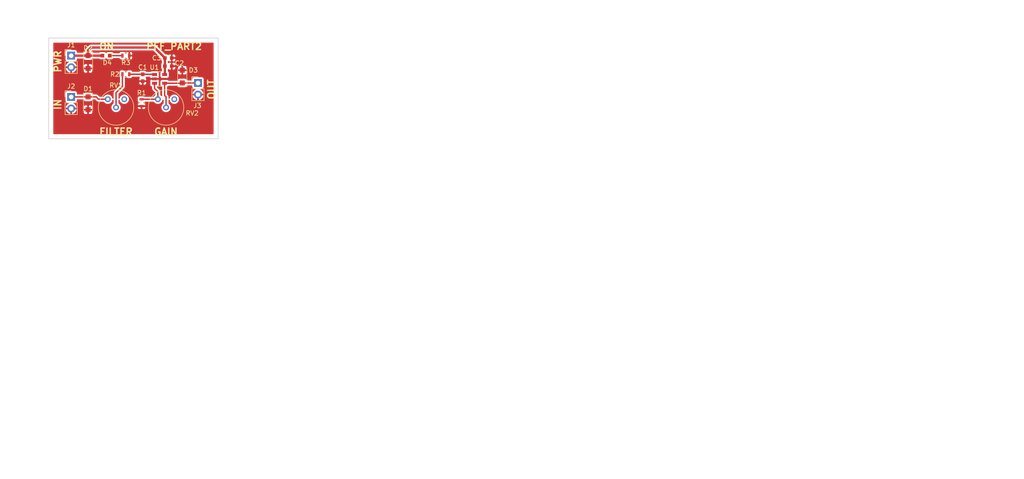
<source format=kicad_pcb>
(kicad_pcb (version 4) (host pcbnew 4.0.6)

  (general
    (links 27)
    (no_connects 0)
    (area 46.150002 89.3032 269.642857 194.35)
    (thickness 1.6)
    (drawings 20)
    (tracks 38)
    (zones 0)
    (modules 16)
    (nets 11)
  )

  (page A4)
  (layers
    (0 F.Cu signal)
    (31 B.Cu signal)
    (32 B.Adhes user)
    (33 F.Adhes user)
    (34 B.Paste user)
    (35 F.Paste user)
    (36 B.SilkS user)
    (37 F.SilkS user)
    (38 B.Mask user)
    (39 F.Mask user)
    (40 Dwgs.User user)
    (41 Cmts.User user)
    (42 Eco1.User user)
    (43 Eco2.User user)
    (44 Edge.Cuts user)
    (45 Margin user)
    (46 B.CrtYd user)
    (47 F.CrtYd user)
    (48 B.Fab user hide)
    (49 F.Fab user hide)
  )

  (setup
    (last_trace_width 0.3048)
    (user_trace_width 0.2032)
    (user_trace_width 0.254)
    (user_trace_width 0.3048)
    (user_trace_width 0.508)
    (user_trace_width 0.762)
    (user_trace_width 1.27)
    (trace_clearance 0.2032)
    (zone_clearance 0.381)
    (zone_45_only no)
    (trace_min 0.2032)
    (segment_width 0.2)
    (edge_width 0.15)
    (via_size 0.635)
    (via_drill 0.3048)
    (via_min_size 0.508)
    (via_min_drill 0.254)
    (user_via 0.635 0.3048)
    (uvia_size 0.3556)
    (uvia_drill 0.1016)
    (uvias_allowed no)
    (uvia_min_size 0)
    (uvia_min_drill 0)
    (pcb_text_width 0.3)
    (pcb_text_size 1.5 1.5)
    (mod_edge_width 0.15)
    (mod_text_size 1 1)
    (mod_text_width 0.15)
    (pad_size 1.26 1.26)
    (pad_drill 0.7)
    (pad_to_mask_clearance 0.2)
    (aux_axis_origin 0 0)
    (visible_elements FFFFFF7F)
    (pcbplotparams
      (layerselection 0x00030_80000001)
      (usegerberextensions false)
      (excludeedgelayer true)
      (linewidth 0.100000)
      (plotframeref false)
      (viasonmask false)
      (mode 1)
      (useauxorigin false)
      (hpglpennumber 1)
      (hpglpenspeed 20)
      (hpglpendiameter 15)
      (hpglpenoverlay 2)
      (psnegative false)
      (psa4output false)
      (plotreference true)
      (plotvalue true)
      (plotinvisibletext false)
      (padsonsilk false)
      (subtractmaskfromsilk false)
      (outputformat 1)
      (mirror false)
      (drillshape 1)
      (scaleselection 1)
      (outputdirectory ""))
  )

  (net 0 "")
  (net 1 /ANALOG_FILT)
  (net 2 GND)
  (net 3 +5V)
  (net 4 /ANALOG_IN)
  (net 5 /ANALOG_OUT)
  (net 6 "Net-(D4-Pad1)")
  (net 7 "Net-(R1-Pad2)")
  (net 8 "Net-(R2-Pad1)")
  (net 9 "Net-(RV1-Pad3)")
  (net 10 "Net-(RV2-Pad3)")

  (net_class Default "This is the default net class."
    (clearance 0.2032)
    (trace_width 0.2032)
    (via_dia 0.635)
    (via_drill 0.3048)
    (uvia_dia 0.3556)
    (uvia_drill 0.1016)
    (add_net +5V)
    (add_net /ANALOG_FILT)
    (add_net /ANALOG_IN)
    (add_net /ANALOG_OUT)
    (add_net GND)
    (add_net "Net-(D4-Pad1)")
    (add_net "Net-(R1-Pad2)")
    (add_net "Net-(R2-Pad1)")
    (add_net "Net-(RV1-Pad3)")
    (add_net "Net-(RV2-Pad3)")
  )

  (module Capacitors_SMD:C_0603 (layer F.Cu) (tedit 5967FBAF) (tstamp 5967F3C5)
    (at 77.525 106.664 270)
    (descr "Capacitor SMD 0603, reflow soldering, AVX (see smccp.pdf)")
    (tags "capacitor 0603")
    (path /59679D4C)
    (attr smd)
    (fp_text reference C1 (at -2.286 0 360) (layer F.SilkS)
      (effects (font (size 1 1) (thickness 0.15)))
    )
    (fp_text value 0.01µ_50V (at 0 1.5 270) (layer F.Fab) hide
      (effects (font (size 1 1) (thickness 0.15)))
    )
    (fp_text user %R (at 0 -1.5 270) (layer F.Fab)
      (effects (font (size 1 1) (thickness 0.15)))
    )
    (fp_line (start -0.8 0.4) (end -0.8 -0.4) (layer F.Fab) (width 0.1))
    (fp_line (start 0.8 0.4) (end -0.8 0.4) (layer F.Fab) (width 0.1))
    (fp_line (start 0.8 -0.4) (end 0.8 0.4) (layer F.Fab) (width 0.1))
    (fp_line (start -0.8 -0.4) (end 0.8 -0.4) (layer F.Fab) (width 0.1))
    (fp_line (start -0.35 -0.6) (end 0.35 -0.6) (layer F.SilkS) (width 0.12))
    (fp_line (start 0.35 0.6) (end -0.35 0.6) (layer F.SilkS) (width 0.12))
    (fp_line (start -1.4 -0.65) (end 1.4 -0.65) (layer F.CrtYd) (width 0.05))
    (fp_line (start -1.4 -0.65) (end -1.4 0.65) (layer F.CrtYd) (width 0.05))
    (fp_line (start 1.4 0.65) (end 1.4 -0.65) (layer F.CrtYd) (width 0.05))
    (fp_line (start 1.4 0.65) (end -1.4 0.65) (layer F.CrtYd) (width 0.05))
    (pad 1 smd rect (at -0.75 0 270) (size 0.8 0.75) (layers F.Cu F.Paste F.Mask)
      (net 1 /ANALOG_FILT))
    (pad 2 smd rect (at 0.75 0 270) (size 0.8 0.75) (layers F.Cu F.Paste F.Mask)
      (net 2 GND))
    (model Capacitors_SMD.3dshapes/C_0603.wrl
      (at (xyz 0 0 0))
      (scale (xyz 1 1 1))
      (rotate (xyz 0 0 0))
    )
  )

  (module Capacitors_SMD:C_0603 (layer F.Cu) (tedit 5967FBCE) (tstamp 5967F3CB)
    (at 83.113 104.124)
    (descr "Capacitor SMD 0603, reflow soldering, AVX (see smccp.pdf)")
    (tags "capacitor 0603")
    (path /5967D5E9)
    (attr smd)
    (fp_text reference C2 (at 2.413 -0.635) (layer F.SilkS)
      (effects (font (size 1 1) (thickness 0.15)))
    )
    (fp_text value 0.1µ_16V (at 0 1.5) (layer F.Fab) hide
      (effects (font (size 1 1) (thickness 0.15)))
    )
    (fp_text user %R (at 0 -1.5) (layer F.Fab)
      (effects (font (size 1 1) (thickness 0.15)))
    )
    (fp_line (start -0.8 0.4) (end -0.8 -0.4) (layer F.Fab) (width 0.1))
    (fp_line (start 0.8 0.4) (end -0.8 0.4) (layer F.Fab) (width 0.1))
    (fp_line (start 0.8 -0.4) (end 0.8 0.4) (layer F.Fab) (width 0.1))
    (fp_line (start -0.8 -0.4) (end 0.8 -0.4) (layer F.Fab) (width 0.1))
    (fp_line (start -0.35 -0.6) (end 0.35 -0.6) (layer F.SilkS) (width 0.12))
    (fp_line (start 0.35 0.6) (end -0.35 0.6) (layer F.SilkS) (width 0.12))
    (fp_line (start -1.4 -0.65) (end 1.4 -0.65) (layer F.CrtYd) (width 0.05))
    (fp_line (start -1.4 -0.65) (end -1.4 0.65) (layer F.CrtYd) (width 0.05))
    (fp_line (start 1.4 0.65) (end 1.4 -0.65) (layer F.CrtYd) (width 0.05))
    (fp_line (start 1.4 0.65) (end -1.4 0.65) (layer F.CrtYd) (width 0.05))
    (pad 1 smd rect (at -0.75 0) (size 0.8 0.75) (layers F.Cu F.Paste F.Mask)
      (net 3 +5V))
    (pad 2 smd rect (at 0.75 0) (size 0.8 0.75) (layers F.Cu F.Paste F.Mask)
      (net 2 GND))
    (model Capacitors_SMD.3dshapes/C_0603.wrl
      (at (xyz 0 0 0))
      (scale (xyz 1 1 1))
      (rotate (xyz 0 0 0))
    )
  )

  (module Capacitors_SMD:C_0603 (layer F.Cu) (tedit 5967FBD8) (tstamp 5967F3D1)
    (at 83.113 102.346)
    (descr "Capacitor SMD 0603, reflow soldering, AVX (see smccp.pdf)")
    (tags "capacitor 0603")
    (path /5967D671)
    (attr smd)
    (fp_text reference C3 (at -2.54 0) (layer F.SilkS)
      (effects (font (size 1 1) (thickness 0.15)))
    )
    (fp_text value 1.0µ_16V (at 0 1.5) (layer F.Fab) hide
      (effects (font (size 1 1) (thickness 0.15)))
    )
    (fp_text user %R (at 0 -1.5) (layer F.Fab)
      (effects (font (size 1 1) (thickness 0.15)))
    )
    (fp_line (start -0.8 0.4) (end -0.8 -0.4) (layer F.Fab) (width 0.1))
    (fp_line (start 0.8 0.4) (end -0.8 0.4) (layer F.Fab) (width 0.1))
    (fp_line (start 0.8 -0.4) (end 0.8 0.4) (layer F.Fab) (width 0.1))
    (fp_line (start -0.8 -0.4) (end 0.8 -0.4) (layer F.Fab) (width 0.1))
    (fp_line (start -0.35 -0.6) (end 0.35 -0.6) (layer F.SilkS) (width 0.12))
    (fp_line (start 0.35 0.6) (end -0.35 0.6) (layer F.SilkS) (width 0.12))
    (fp_line (start -1.4 -0.65) (end 1.4 -0.65) (layer F.CrtYd) (width 0.05))
    (fp_line (start -1.4 -0.65) (end -1.4 0.65) (layer F.CrtYd) (width 0.05))
    (fp_line (start 1.4 0.65) (end 1.4 -0.65) (layer F.CrtYd) (width 0.05))
    (fp_line (start 1.4 0.65) (end -1.4 0.65) (layer F.CrtYd) (width 0.05))
    (pad 1 smd rect (at -0.75 0) (size 0.8 0.75) (layers F.Cu F.Paste F.Mask)
      (net 3 +5V))
    (pad 2 smd rect (at 0.75 0) (size 0.8 0.75) (layers F.Cu F.Paste F.Mask)
      (net 2 GND))
    (model Capacitors_SMD.3dshapes/C_0603.wrl
      (at (xyz 0 0 0))
      (scale (xyz 1 1 1))
      (rotate (xyz 0 0 0))
    )
  )

  (module Diodes_SMD:D_SOD-123F (layer F.Cu) (tedit 5967FB96) (tstamp 5967F3D7)
    (at 65.587 112.252 270)
    (descr D_SOD-123F)
    (tags D_SOD-123F)
    (path /59687C32)
    (attr smd)
    (fp_text reference D1 (at -3.175 0 360) (layer F.SilkS)
      (effects (font (size 1 1) (thickness 0.15)))
    )
    (fp_text value 5V (at 0 2.1 270) (layer F.Fab) hide
      (effects (font (size 1 1) (thickness 0.15)))
    )
    (fp_text user %R (at -0.127 -1.905 270) (layer F.Fab)
      (effects (font (size 1 1) (thickness 0.15)))
    )
    (fp_line (start -2.2 -1) (end -2.2 1) (layer F.SilkS) (width 0.12))
    (fp_line (start 0.25 0) (end 0.75 0) (layer F.Fab) (width 0.1))
    (fp_line (start 0.25 0.4) (end -0.35 0) (layer F.Fab) (width 0.1))
    (fp_line (start 0.25 -0.4) (end 0.25 0.4) (layer F.Fab) (width 0.1))
    (fp_line (start -0.35 0) (end 0.25 -0.4) (layer F.Fab) (width 0.1))
    (fp_line (start -0.35 0) (end -0.35 0.55) (layer F.Fab) (width 0.1))
    (fp_line (start -0.35 0) (end -0.35 -0.55) (layer F.Fab) (width 0.1))
    (fp_line (start -0.75 0) (end -0.35 0) (layer F.Fab) (width 0.1))
    (fp_line (start -1.4 0.9) (end -1.4 -0.9) (layer F.Fab) (width 0.1))
    (fp_line (start 1.4 0.9) (end -1.4 0.9) (layer F.Fab) (width 0.1))
    (fp_line (start 1.4 -0.9) (end 1.4 0.9) (layer F.Fab) (width 0.1))
    (fp_line (start -1.4 -0.9) (end 1.4 -0.9) (layer F.Fab) (width 0.1))
    (fp_line (start -2.2 -1.15) (end 2.2 -1.15) (layer F.CrtYd) (width 0.05))
    (fp_line (start 2.2 -1.15) (end 2.2 1.15) (layer F.CrtYd) (width 0.05))
    (fp_line (start 2.2 1.15) (end -2.2 1.15) (layer F.CrtYd) (width 0.05))
    (fp_line (start -2.2 -1.15) (end -2.2 1.15) (layer F.CrtYd) (width 0.05))
    (fp_line (start -2.2 1) (end 1.65 1) (layer F.SilkS) (width 0.12))
    (fp_line (start -2.2 -1) (end 1.65 -1) (layer F.SilkS) (width 0.12))
    (pad 1 smd rect (at -1.4 0 270) (size 1.1 1.1) (layers F.Cu F.Paste F.Mask)
      (net 4 /ANALOG_IN))
    (pad 2 smd rect (at 1.4 0 270) (size 1.1 1.1) (layers F.Cu F.Paste F.Mask)
      (net 2 GND))
    (model ${KISYS3DMOD}/Diodes_SMD.3dshapes/D_SOD-123F.wrl
      (at (xyz 0 0 0))
      (scale (xyz 1 1 1))
      (rotate (xyz 0 0 0))
    )
  )

  (module Diodes_SMD:D_SOD-123F (layer F.Cu) (tedit 5967FBA2) (tstamp 5967F3DD)
    (at 65.587 103.235 270)
    (descr D_SOD-123F)
    (tags D_SOD-123F)
    (path /5967F11B)
    (attr smd)
    (fp_text reference D2 (at -3.048 0 360) (layer F.SilkS)
      (effects (font (size 1 1) (thickness 0.15)))
    )
    (fp_text value 5V (at 0 2.1 270) (layer F.Fab) hide
      (effects (font (size 1 1) (thickness 0.15)))
    )
    (fp_text user %R (at -0.127 -1.905 270) (layer F.Fab)
      (effects (font (size 1 1) (thickness 0.15)))
    )
    (fp_line (start -2.2 -1) (end -2.2 1) (layer F.SilkS) (width 0.12))
    (fp_line (start 0.25 0) (end 0.75 0) (layer F.Fab) (width 0.1))
    (fp_line (start 0.25 0.4) (end -0.35 0) (layer F.Fab) (width 0.1))
    (fp_line (start 0.25 -0.4) (end 0.25 0.4) (layer F.Fab) (width 0.1))
    (fp_line (start -0.35 0) (end 0.25 -0.4) (layer F.Fab) (width 0.1))
    (fp_line (start -0.35 0) (end -0.35 0.55) (layer F.Fab) (width 0.1))
    (fp_line (start -0.35 0) (end -0.35 -0.55) (layer F.Fab) (width 0.1))
    (fp_line (start -0.75 0) (end -0.35 0) (layer F.Fab) (width 0.1))
    (fp_line (start -1.4 0.9) (end -1.4 -0.9) (layer F.Fab) (width 0.1))
    (fp_line (start 1.4 0.9) (end -1.4 0.9) (layer F.Fab) (width 0.1))
    (fp_line (start 1.4 -0.9) (end 1.4 0.9) (layer F.Fab) (width 0.1))
    (fp_line (start -1.4 -0.9) (end 1.4 -0.9) (layer F.Fab) (width 0.1))
    (fp_line (start -2.2 -1.15) (end 2.2 -1.15) (layer F.CrtYd) (width 0.05))
    (fp_line (start 2.2 -1.15) (end 2.2 1.15) (layer F.CrtYd) (width 0.05))
    (fp_line (start 2.2 1.15) (end -2.2 1.15) (layer F.CrtYd) (width 0.05))
    (fp_line (start -2.2 -1.15) (end -2.2 1.15) (layer F.CrtYd) (width 0.05))
    (fp_line (start -2.2 1) (end 1.65 1) (layer F.SilkS) (width 0.12))
    (fp_line (start -2.2 -1) (end 1.65 -1) (layer F.SilkS) (width 0.12))
    (pad 1 smd rect (at -1.4 0 270) (size 1.1 1.1) (layers F.Cu F.Paste F.Mask)
      (net 3 +5V))
    (pad 2 smd rect (at 1.4 0 270) (size 1.1 1.1) (layers F.Cu F.Paste F.Mask)
      (net 2 GND))
    (model ${KISYS3DMOD}/Diodes_SMD.3dshapes/D_SOD-123F.wrl
      (at (xyz 0 0 0))
      (scale (xyz 1 1 1))
      (rotate (xyz 0 0 0))
    )
  )

  (module Diodes_SMD:D_SOD-123F (layer F.Cu) (tedit 5967FBCB) (tstamp 5967F3E3)
    (at 86.161 106.41 90)
    (descr D_SOD-123F)
    (tags D_SOD-123F)
    (path /59687CAE)
    (attr smd)
    (fp_text reference D3 (at 1.397 2.413 180) (layer F.SilkS)
      (effects (font (size 1 1) (thickness 0.15)))
    )
    (fp_text value 5V (at 0 2.1 90) (layer F.Fab) hide
      (effects (font (size 1 1) (thickness 0.15)))
    )
    (fp_text user %R (at -0.127 -1.905 90) (layer F.Fab)
      (effects (font (size 1 1) (thickness 0.15)))
    )
    (fp_line (start -2.2 -1) (end -2.2 1) (layer F.SilkS) (width 0.12))
    (fp_line (start 0.25 0) (end 0.75 0) (layer F.Fab) (width 0.1))
    (fp_line (start 0.25 0.4) (end -0.35 0) (layer F.Fab) (width 0.1))
    (fp_line (start 0.25 -0.4) (end 0.25 0.4) (layer F.Fab) (width 0.1))
    (fp_line (start -0.35 0) (end 0.25 -0.4) (layer F.Fab) (width 0.1))
    (fp_line (start -0.35 0) (end -0.35 0.55) (layer F.Fab) (width 0.1))
    (fp_line (start -0.35 0) (end -0.35 -0.55) (layer F.Fab) (width 0.1))
    (fp_line (start -0.75 0) (end -0.35 0) (layer F.Fab) (width 0.1))
    (fp_line (start -1.4 0.9) (end -1.4 -0.9) (layer F.Fab) (width 0.1))
    (fp_line (start 1.4 0.9) (end -1.4 0.9) (layer F.Fab) (width 0.1))
    (fp_line (start 1.4 -0.9) (end 1.4 0.9) (layer F.Fab) (width 0.1))
    (fp_line (start -1.4 -0.9) (end 1.4 -0.9) (layer F.Fab) (width 0.1))
    (fp_line (start -2.2 -1.15) (end 2.2 -1.15) (layer F.CrtYd) (width 0.05))
    (fp_line (start 2.2 -1.15) (end 2.2 1.15) (layer F.CrtYd) (width 0.05))
    (fp_line (start 2.2 1.15) (end -2.2 1.15) (layer F.CrtYd) (width 0.05))
    (fp_line (start -2.2 -1.15) (end -2.2 1.15) (layer F.CrtYd) (width 0.05))
    (fp_line (start -2.2 1) (end 1.65 1) (layer F.SilkS) (width 0.12))
    (fp_line (start -2.2 -1) (end 1.65 -1) (layer F.SilkS) (width 0.12))
    (pad 1 smd rect (at -1.4 0 90) (size 1.1 1.1) (layers F.Cu F.Paste F.Mask)
      (net 5 /ANALOG_OUT))
    (pad 2 smd rect (at 1.4 0 90) (size 1.1 1.1) (layers F.Cu F.Paste F.Mask)
      (net 2 GND))
    (model ${KISYS3DMOD}/Diodes_SMD.3dshapes/D_SOD-123F.wrl
      (at (xyz 0 0 0))
      (scale (xyz 1 1 1))
      (rotate (xyz 0 0 0))
    )
  )

  (module LEDs:LED_0603 (layer F.Cu) (tedit 5967FBEE) (tstamp 5967F3E9)
    (at 69.524 101.838 180)
    (descr "LED 0603 smd package")
    (tags "LED led 0603 SMD smd SMT smt smdled SMDLED smtled SMTLED")
    (path /59689CC3)
    (attr smd)
    (fp_text reference D4 (at -0.254 -1.524 360) (layer F.SilkS)
      (effects (font (size 1 1) (thickness 0.15)))
    )
    (fp_text value GRN (at 0 1.35 180) (layer F.Fab) hide
      (effects (font (size 1 1) (thickness 0.15)))
    )
    (fp_line (start -1.3 -0.5) (end -1.3 0.5) (layer F.SilkS) (width 0.12))
    (fp_line (start -0.2 -0.2) (end -0.2 0.2) (layer F.Fab) (width 0.1))
    (fp_line (start -0.15 0) (end 0.15 -0.2) (layer F.Fab) (width 0.1))
    (fp_line (start 0.15 0.2) (end -0.15 0) (layer F.Fab) (width 0.1))
    (fp_line (start 0.15 -0.2) (end 0.15 0.2) (layer F.Fab) (width 0.1))
    (fp_line (start 0.8 0.4) (end -0.8 0.4) (layer F.Fab) (width 0.1))
    (fp_line (start 0.8 -0.4) (end 0.8 0.4) (layer F.Fab) (width 0.1))
    (fp_line (start -0.8 -0.4) (end 0.8 -0.4) (layer F.Fab) (width 0.1))
    (fp_line (start -0.8 0.4) (end -0.8 -0.4) (layer F.Fab) (width 0.1))
    (fp_line (start -1.3 0.5) (end 0.8 0.5) (layer F.SilkS) (width 0.12))
    (fp_line (start -1.3 -0.5) (end 0.8 -0.5) (layer F.SilkS) (width 0.12))
    (fp_line (start 1.45 -0.65) (end 1.45 0.65) (layer F.CrtYd) (width 0.05))
    (fp_line (start 1.45 0.65) (end -1.45 0.65) (layer F.CrtYd) (width 0.05))
    (fp_line (start -1.45 0.65) (end -1.45 -0.65) (layer F.CrtYd) (width 0.05))
    (fp_line (start -1.45 -0.65) (end 1.45 -0.65) (layer F.CrtYd) (width 0.05))
    (pad 2 smd rect (at 0.8 0) (size 0.8 0.8) (layers F.Cu F.Paste F.Mask)
      (net 3 +5V))
    (pad 1 smd rect (at -0.8 0) (size 0.8 0.8) (layers F.Cu F.Paste F.Mask)
      (net 6 "Net-(D4-Pad1)"))
    (model ${KISYS3DMOD}/LEDs.3dshapes/LED_0603.wrl
      (at (xyz 0 0 0))
      (scale (xyz 1 1 1))
      (rotate (xyz 0 0 180))
    )
  )

  (module Pin_Headers:Pin_Header_Straight_1x02_Pitch2.54mm (layer F.Cu) (tedit 5967FB99) (tstamp 5967F3EF)
    (at 61.904 101.838)
    (descr "Through hole straight pin header, 1x02, 2.54mm pitch, single row")
    (tags "Through hole pin header THT 1x02 2.54mm single row")
    (path /596798A2)
    (fp_text reference J1 (at 0 -2.33) (layer F.SilkS)
      (effects (font (size 1 1) (thickness 0.15)))
    )
    (fp_text value CONN_01X02 (at 0 4.87) (layer F.Fab) hide
      (effects (font (size 1 1) (thickness 0.15)))
    )
    (fp_line (start -0.635 -1.27) (end 1.27 -1.27) (layer F.Fab) (width 0.1))
    (fp_line (start 1.27 -1.27) (end 1.27 3.81) (layer F.Fab) (width 0.1))
    (fp_line (start 1.27 3.81) (end -1.27 3.81) (layer F.Fab) (width 0.1))
    (fp_line (start -1.27 3.81) (end -1.27 -0.635) (layer F.Fab) (width 0.1))
    (fp_line (start -1.27 -0.635) (end -0.635 -1.27) (layer F.Fab) (width 0.1))
    (fp_line (start -1.33 3.87) (end 1.33 3.87) (layer F.SilkS) (width 0.12))
    (fp_line (start -1.33 1.27) (end -1.33 3.87) (layer F.SilkS) (width 0.12))
    (fp_line (start 1.33 1.27) (end 1.33 3.87) (layer F.SilkS) (width 0.12))
    (fp_line (start -1.33 1.27) (end 1.33 1.27) (layer F.SilkS) (width 0.12))
    (fp_line (start -1.33 0) (end -1.33 -1.33) (layer F.SilkS) (width 0.12))
    (fp_line (start -1.33 -1.33) (end 0 -1.33) (layer F.SilkS) (width 0.12))
    (fp_line (start -1.8 -1.8) (end -1.8 4.35) (layer F.CrtYd) (width 0.05))
    (fp_line (start -1.8 4.35) (end 1.8 4.35) (layer F.CrtYd) (width 0.05))
    (fp_line (start 1.8 4.35) (end 1.8 -1.8) (layer F.CrtYd) (width 0.05))
    (fp_line (start 1.8 -1.8) (end -1.8 -1.8) (layer F.CrtYd) (width 0.05))
    (fp_text user %R (at 0 1.27 90) (layer F.Fab)
      (effects (font (size 1 1) (thickness 0.15)))
    )
    (pad 1 thru_hole rect (at 0 0) (size 1.7 1.7) (drill 1) (layers *.Cu *.Mask)
      (net 3 +5V))
    (pad 2 thru_hole oval (at 0 2.54) (size 1.7 1.7) (drill 1) (layers *.Cu *.Mask)
      (net 2 GND))
    (model ${KISYS3DMOD}/Pin_Headers.3dshapes/Pin_Header_Straight_1x02_Pitch2.54mm.wrl
      (at (xyz 0 0 0))
      (scale (xyz 1 1 1))
      (rotate (xyz 0 0 0))
    )
  )

  (module Pin_Headers:Pin_Header_Straight_1x02_Pitch2.54mm (layer F.Cu) (tedit 5967FB90) (tstamp 5967F3F5)
    (at 61.904 110.855)
    (descr "Through hole straight pin header, 1x02, 2.54mm pitch, single row")
    (tags "Through hole pin header THT 1x02 2.54mm single row")
    (path /596882A1)
    (fp_text reference J2 (at 0 -2.33) (layer F.SilkS)
      (effects (font (size 1 1) (thickness 0.15)))
    )
    (fp_text value CONN_01X02 (at 0 4.87) (layer F.Fab) hide
      (effects (font (size 1 1) (thickness 0.15)))
    )
    (fp_line (start -0.635 -1.27) (end 1.27 -1.27) (layer F.Fab) (width 0.1))
    (fp_line (start 1.27 -1.27) (end 1.27 3.81) (layer F.Fab) (width 0.1))
    (fp_line (start 1.27 3.81) (end -1.27 3.81) (layer F.Fab) (width 0.1))
    (fp_line (start -1.27 3.81) (end -1.27 -0.635) (layer F.Fab) (width 0.1))
    (fp_line (start -1.27 -0.635) (end -0.635 -1.27) (layer F.Fab) (width 0.1))
    (fp_line (start -1.33 3.87) (end 1.33 3.87) (layer F.SilkS) (width 0.12))
    (fp_line (start -1.33 1.27) (end -1.33 3.87) (layer F.SilkS) (width 0.12))
    (fp_line (start 1.33 1.27) (end 1.33 3.87) (layer F.SilkS) (width 0.12))
    (fp_line (start -1.33 1.27) (end 1.33 1.27) (layer F.SilkS) (width 0.12))
    (fp_line (start -1.33 0) (end -1.33 -1.33) (layer F.SilkS) (width 0.12))
    (fp_line (start -1.33 -1.33) (end 0 -1.33) (layer F.SilkS) (width 0.12))
    (fp_line (start -1.8 -1.8) (end -1.8 4.35) (layer F.CrtYd) (width 0.05))
    (fp_line (start -1.8 4.35) (end 1.8 4.35) (layer F.CrtYd) (width 0.05))
    (fp_line (start 1.8 4.35) (end 1.8 -1.8) (layer F.CrtYd) (width 0.05))
    (fp_line (start 1.8 -1.8) (end -1.8 -1.8) (layer F.CrtYd) (width 0.05))
    (fp_text user %R (at 0 1.27 90) (layer F.Fab)
      (effects (font (size 1 1) (thickness 0.15)))
    )
    (pad 1 thru_hole rect (at 0 0) (size 1.7 1.7) (drill 1) (layers *.Cu *.Mask)
      (net 4 /ANALOG_IN))
    (pad 2 thru_hole oval (at 0 2.54) (size 1.7 1.7) (drill 1) (layers *.Cu *.Mask)
      (net 2 GND))
    (model ${KISYS3DMOD}/Pin_Headers.3dshapes/Pin_Header_Straight_1x02_Pitch2.54mm.wrl
      (at (xyz 0 0 0))
      (scale (xyz 1 1 1))
      (rotate (xyz 0 0 0))
    )
  )

  (module Pin_Headers:Pin_Header_Straight_1x02_Pitch2.54mm (layer F.Cu) (tedit 5967FBC5) (tstamp 5967F3FB)
    (at 89.59 107.807)
    (descr "Through hole straight pin header, 1x02, 2.54mm pitch, single row")
    (tags "Through hole pin header THT 1x02 2.54mm single row")
    (path /59688305)
    (fp_text reference J3 (at -0.127 4.953) (layer F.SilkS)
      (effects (font (size 1 1) (thickness 0.15)))
    )
    (fp_text value CONN_01X02 (at 0 4.87) (layer F.Fab) hide
      (effects (font (size 1 1) (thickness 0.15)))
    )
    (fp_line (start -0.635 -1.27) (end 1.27 -1.27) (layer F.Fab) (width 0.1))
    (fp_line (start 1.27 -1.27) (end 1.27 3.81) (layer F.Fab) (width 0.1))
    (fp_line (start 1.27 3.81) (end -1.27 3.81) (layer F.Fab) (width 0.1))
    (fp_line (start -1.27 3.81) (end -1.27 -0.635) (layer F.Fab) (width 0.1))
    (fp_line (start -1.27 -0.635) (end -0.635 -1.27) (layer F.Fab) (width 0.1))
    (fp_line (start -1.33 3.87) (end 1.33 3.87) (layer F.SilkS) (width 0.12))
    (fp_line (start -1.33 1.27) (end -1.33 3.87) (layer F.SilkS) (width 0.12))
    (fp_line (start 1.33 1.27) (end 1.33 3.87) (layer F.SilkS) (width 0.12))
    (fp_line (start -1.33 1.27) (end 1.33 1.27) (layer F.SilkS) (width 0.12))
    (fp_line (start -1.33 0) (end -1.33 -1.33) (layer F.SilkS) (width 0.12))
    (fp_line (start -1.33 -1.33) (end 0 -1.33) (layer F.SilkS) (width 0.12))
    (fp_line (start -1.8 -1.8) (end -1.8 4.35) (layer F.CrtYd) (width 0.05))
    (fp_line (start -1.8 4.35) (end 1.8 4.35) (layer F.CrtYd) (width 0.05))
    (fp_line (start 1.8 4.35) (end 1.8 -1.8) (layer F.CrtYd) (width 0.05))
    (fp_line (start 1.8 -1.8) (end -1.8 -1.8) (layer F.CrtYd) (width 0.05))
    (fp_text user %R (at 0 1.27 90) (layer F.Fab)
      (effects (font (size 1 1) (thickness 0.15)))
    )
    (pad 1 thru_hole rect (at 0 0) (size 1.7 1.7) (drill 1) (layers *.Cu *.Mask)
      (net 5 /ANALOG_OUT))
    (pad 2 thru_hole oval (at 0 2.54) (size 1.7 1.7) (drill 1) (layers *.Cu *.Mask)
      (net 2 GND))
    (model ${KISYS3DMOD}/Pin_Headers.3dshapes/Pin_Header_Straight_1x02_Pitch2.54mm.wrl
      (at (xyz 0 0 0))
      (scale (xyz 1 1 1))
      (rotate (xyz 0 0 0))
    )
  )

  (module Resistors_SMD:R_0603 (layer F.Cu) (tedit 5967FBC3) (tstamp 5967F401)
    (at 77.271 112.125 90)
    (descr "Resistor SMD 0603, reflow soldering, Vishay (see dcrcw.pdf)")
    (tags "resistor 0603")
    (path /59679E87)
    (attr smd)
    (fp_text reference R1 (at 2.159 0 180) (layer F.SilkS)
      (effects (font (size 1 1) (thickness 0.15)))
    )
    (fp_text value 6.65k (at 0 1.5 90) (layer F.Fab) hide
      (effects (font (size 1 1) (thickness 0.15)))
    )
    (fp_text user %R (at 0 0 90) (layer F.Fab)
      (effects (font (size 0.5 0.5) (thickness 0.075)))
    )
    (fp_line (start -0.8 0.4) (end -0.8 -0.4) (layer F.Fab) (width 0.1))
    (fp_line (start 0.8 0.4) (end -0.8 0.4) (layer F.Fab) (width 0.1))
    (fp_line (start 0.8 -0.4) (end 0.8 0.4) (layer F.Fab) (width 0.1))
    (fp_line (start -0.8 -0.4) (end 0.8 -0.4) (layer F.Fab) (width 0.1))
    (fp_line (start 0.5 0.68) (end -0.5 0.68) (layer F.SilkS) (width 0.12))
    (fp_line (start -0.5 -0.68) (end 0.5 -0.68) (layer F.SilkS) (width 0.12))
    (fp_line (start -1.25 -0.7) (end 1.25 -0.7) (layer F.CrtYd) (width 0.05))
    (fp_line (start -1.25 -0.7) (end -1.25 0.7) (layer F.CrtYd) (width 0.05))
    (fp_line (start 1.25 0.7) (end 1.25 -0.7) (layer F.CrtYd) (width 0.05))
    (fp_line (start 1.25 0.7) (end -1.25 0.7) (layer F.CrtYd) (width 0.05))
    (pad 1 smd rect (at -0.75 0 90) (size 0.5 0.9) (layers F.Cu F.Paste F.Mask)
      (net 2 GND))
    (pad 2 smd rect (at 0.75 0 90) (size 0.5 0.9) (layers F.Cu F.Paste F.Mask)
      (net 7 "Net-(R1-Pad2)"))
    (model ${KISYS3DMOD}/Resistors_SMD.3dshapes/R_0603.wrl
      (at (xyz 0 0 0))
      (scale (xyz 1 1 1))
      (rotate (xyz 0 0 0))
    )
  )

  (module Resistors_SMD:R_0603 (layer F.Cu) (tedit 5967FBB4) (tstamp 5967F407)
    (at 73.842 105.902)
    (descr "Resistor SMD 0603, reflow soldering, Vishay (see dcrcw.pdf)")
    (tags "resistor 0603")
    (path /59688AA9)
    (attr smd)
    (fp_text reference R2 (at -2.413 0) (layer F.SilkS)
      (effects (font (size 1 1) (thickness 0.15)))
    )
    (fp_text value 49.9 (at 0 1.5) (layer F.Fab) hide
      (effects (font (size 1 1) (thickness 0.15)))
    )
    (fp_text user %R (at 0 0) (layer F.Fab)
      (effects (font (size 0.5 0.5) (thickness 0.075)))
    )
    (fp_line (start -0.8 0.4) (end -0.8 -0.4) (layer F.Fab) (width 0.1))
    (fp_line (start 0.8 0.4) (end -0.8 0.4) (layer F.Fab) (width 0.1))
    (fp_line (start 0.8 -0.4) (end 0.8 0.4) (layer F.Fab) (width 0.1))
    (fp_line (start -0.8 -0.4) (end 0.8 -0.4) (layer F.Fab) (width 0.1))
    (fp_line (start 0.5 0.68) (end -0.5 0.68) (layer F.SilkS) (width 0.12))
    (fp_line (start -0.5 -0.68) (end 0.5 -0.68) (layer F.SilkS) (width 0.12))
    (fp_line (start -1.25 -0.7) (end 1.25 -0.7) (layer F.CrtYd) (width 0.05))
    (fp_line (start -1.25 -0.7) (end -1.25 0.7) (layer F.CrtYd) (width 0.05))
    (fp_line (start 1.25 0.7) (end 1.25 -0.7) (layer F.CrtYd) (width 0.05))
    (fp_line (start 1.25 0.7) (end -1.25 0.7) (layer F.CrtYd) (width 0.05))
    (pad 1 smd rect (at -0.75 0) (size 0.5 0.9) (layers F.Cu F.Paste F.Mask)
      (net 8 "Net-(R2-Pad1)"))
    (pad 2 smd rect (at 0.75 0) (size 0.5 0.9) (layers F.Cu F.Paste F.Mask)
      (net 1 /ANALOG_FILT))
    (model ${KISYS3DMOD}/Resistors_SMD.3dshapes/R_0603.wrl
      (at (xyz 0 0 0))
      (scale (xyz 1 1 1))
      (rotate (xyz 0 0 0))
    )
  )

  (module Resistors_SMD:R_0603 (layer F.Cu) (tedit 5967FBB7) (tstamp 5967F40D)
    (at 73.842 101.838)
    (descr "Resistor SMD 0603, reflow soldering, Vishay (see dcrcw.pdf)")
    (tags "resistor 0603")
    (path /5968A978)
    (attr smd)
    (fp_text reference R3 (at 0 1.524 180) (layer F.SilkS)
      (effects (font (size 1 1) (thickness 0.15)))
    )
    (fp_text value 330 (at 0 1.5) (layer F.Fab) hide
      (effects (font (size 1 1) (thickness 0.15)))
    )
    (fp_text user %R (at 0 0) (layer F.Fab)
      (effects (font (size 0.5 0.5) (thickness 0.075)))
    )
    (fp_line (start -0.8 0.4) (end -0.8 -0.4) (layer F.Fab) (width 0.1))
    (fp_line (start 0.8 0.4) (end -0.8 0.4) (layer F.Fab) (width 0.1))
    (fp_line (start 0.8 -0.4) (end 0.8 0.4) (layer F.Fab) (width 0.1))
    (fp_line (start -0.8 -0.4) (end 0.8 -0.4) (layer F.Fab) (width 0.1))
    (fp_line (start 0.5 0.68) (end -0.5 0.68) (layer F.SilkS) (width 0.12))
    (fp_line (start -0.5 -0.68) (end 0.5 -0.68) (layer F.SilkS) (width 0.12))
    (fp_line (start -1.25 -0.7) (end 1.25 -0.7) (layer F.CrtYd) (width 0.05))
    (fp_line (start -1.25 -0.7) (end -1.25 0.7) (layer F.CrtYd) (width 0.05))
    (fp_line (start 1.25 0.7) (end 1.25 -0.7) (layer F.CrtYd) (width 0.05))
    (fp_line (start 1.25 0.7) (end -1.25 0.7) (layer F.CrtYd) (width 0.05))
    (pad 1 smd rect (at -0.75 0) (size 0.5 0.9) (layers F.Cu F.Paste F.Mask)
      (net 6 "Net-(D4-Pad1)"))
    (pad 2 smd rect (at 0.75 0) (size 0.5 0.9) (layers F.Cu F.Paste F.Mask)
      (net 2 GND))
    (model ${KISYS3DMOD}/Resistors_SMD.3dshapes/R_0603.wrl
      (at (xyz 0 0 0))
      (scale (xyz 1 1 1))
      (rotate (xyz 0 0 0))
    )
  )

  (module Potentiometers:Potentiometer_Trimmer_Bourns_3339H_Horizontal (layer F.Cu) (tedit 596836C3) (tstamp 5967F414)
    (at 69.905 111.363 270)
    (descr "Potentiometer, horizontally mounted, Omeg PC16PU, Omeg PC16PU, Omeg PC16PU, Vishay/Spectrol 248GJ/249GJ Single, Vishay/Spectrol 248GJ/249GJ Single, Vishay/Spectrol 248GJ/249GJ Single, Vishay/Spectrol 248GH/249GH Single, Vishay/Spectrol 148/149 Single, Vishay/Spectrol 148/149 Single, Vishay/Spectrol 148/149 Single, Vishay/Spectrol 148A/149A Single with mounting plates, Vishay/Spectrol 148/149 Double, Vishay/Spectrol 148A/149A Double with mounting plates, Piher PC-16 Single, Piher PC-16 Single, Piher PC-16 Single, Piher PC-16SV Single, Piher PC-16 Double, Piher PC-16 Triple, Piher T16H Single, Piher T16L Single, Piher T16H Double, Alps RK163 Single, Alps RK163 Double, Alps RK097 Single, Alps RK097 Double, Bourns PTV09A-2 Single with mounting sleve Single, Bourns PTV09A-1 with mounting sleve Single, Bourns PRS11S Single, Alps RK09K Single with mounting sleve Single, Alps RK09K with mounting sleve Single, Alps RK09L Single, Alps RK09L Single, Alps RK09L Double, Alps RK09L Double, Alps RK09Y Single, Bourns 3339S Single, Bourns 3339S Single, Bourns 3339P Single, Bourns 3339H Single, http://www.alps.com/prod/info/E/HTML/Potentiometer/RotaryPotentiometers/RK09Y11/RK09Y11L0001.html")
    (tags "Potentiometer horizontal  Omeg PC16PU  Omeg PC16PU  Omeg PC16PU  Vishay/Spectrol 248GJ/249GJ Single  Vishay/Spectrol 248GJ/249GJ Single  Vishay/Spectrol 248GJ/249GJ Single  Vishay/Spectrol 248GH/249GH Single  Vishay/Spectrol 148/149 Single  Vishay/Spectrol 148/149 Single  Vishay/Spectrol 148/149 Single  Vishay/Spectrol 148A/149A Single with mounting plates  Vishay/Spectrol 148/149 Double  Vishay/Spectrol 148A/149A Double with mounting plates  Piher PC-16 Single  Piher PC-16 Single  Piher PC-16 Single  Piher PC-16SV Single  Piher PC-16 Double  Piher PC-16 Triple  Piher T16H Single  Piher T16L Single  Piher T16H Double  Alps RK163 Single  Alps RK163 Double  Alps RK097 Single  Alps RK097 Double  Bourns PTV09A-2 Single with mounting sleve Single  Bourns PTV09A-1 with mounting sleve Single  Bourns PRS11S Single  Alps RK09K Single with mounting sleve Single  Alps RK09K with mounting sleve Single  Alps RK09L Single  Alps RK09L Single  Alps RK09L Double  Alps RK09L Double  Alps RK09Y Single  Bourns 3339S Single  Bourns 3339S Single  Bourns 3339P Single  Bourns 3339H Single")
    (path /59679EED)
    (fp_text reference RV1 (at -3.048 -1.778 360) (layer F.SilkS)
      (effects (font (size 1 1) (thickness 0.15)))
    )
    (fp_text value 10k (at 1.796051 3.263949 270) (layer F.Fab) hide
      (effects (font (size 1 1) (thickness 0.15)))
    )
    (fp_circle (center 1.796051 -1.796051) (end 5.606051 -1.796051) (layer F.Fab) (width 0.1))
    (fp_circle (center 1.796051 -1.796051) (end 4.296051 -1.796051) (layer F.Fab) (width 0.1))
    (fp_circle (center 1.797 -1.795102) (end 4.297 -1.795102) (layer F.Fab) (width 0.1))
    (fp_circle (center 1.797 -1.795102) (end 5.667 -1.795102) (layer F.SilkS) (width 0.12))
    (fp_line (start 3.693 -3.386102) (end 0.205 0.099898) (layer F.Fab) (width 0.1))
    (fp_line (start 3.388 -3.692102) (end -0.101 -0.205102) (layer F.Fab) (width 0.1))
    (fp_line (start -2.3 -5.9) (end -2.3 2.3) (layer F.CrtYd) (width 0.05))
    (fp_line (start -2.3 2.3) (end 5.9 2.3) (layer F.CrtYd) (width 0.05))
    (fp_line (start 5.9 2.3) (end 5.9 -5.9) (layer F.CrtYd) (width 0.05))
    (fp_line (start 5.9 -5.9) (end -2.3 -5.9) (layer F.CrtYd) (width 0.05))
    (pad 3 thru_hole circle (at 0 -3.592102 270) (size 1.26 1.26) (drill 0.7) (layers *.Cu *.Paste *.Mask)
      (net 9 "Net-(RV1-Pad3)"))
    (pad 2 thru_hole circle (at 1.796051 -1.796051 270) (size 1.26 1.26) (drill 0.7) (layers *.Cu *.Mask)
      (net 8 "Net-(R2-Pad1)"))
    (pad 1 thru_hole circle (at 0 0 270) (size 1.26 1.26) (drill 0.7) (layers *.Cu *.Mask)
      (net 4 /ANALOG_IN))
    (model Potentiometers.3dshapes/Potentiometer_Trimmer_Bourns_3339H_Horizontal.wrl
      (at (xyz 0 0.1414213385826772 0))
      (scale (xyz 1 1 1))
      (rotate (xyz 0 0 90))
    )
  )

  (module Potentiometers:Potentiometer_Trimmer_Bourns_3339H_Horizontal (layer F.Cu) (tedit 5967FB9C) (tstamp 5967F41B)
    (at 80.827 111.363 270)
    (descr "Potentiometer, horizontally mounted, Omeg PC16PU, Omeg PC16PU, Omeg PC16PU, Vishay/Spectrol 248GJ/249GJ Single, Vishay/Spectrol 248GJ/249GJ Single, Vishay/Spectrol 248GJ/249GJ Single, Vishay/Spectrol 248GH/249GH Single, Vishay/Spectrol 148/149 Single, Vishay/Spectrol 148/149 Single, Vishay/Spectrol 148/149 Single, Vishay/Spectrol 148A/149A Single with mounting plates, Vishay/Spectrol 148/149 Double, Vishay/Spectrol 148A/149A Double with mounting plates, Piher PC-16 Single, Piher PC-16 Single, Piher PC-16 Single, Piher PC-16SV Single, Piher PC-16 Double, Piher PC-16 Triple, Piher T16H Single, Piher T16L Single, Piher T16H Double, Alps RK163 Single, Alps RK163 Double, Alps RK097 Single, Alps RK097 Double, Bourns PTV09A-2 Single with mounting sleve Single, Bourns PTV09A-1 with mounting sleve Single, Bourns PRS11S Single, Alps RK09K Single with mounting sleve Single, Alps RK09K with mounting sleve Single, Alps RK09L Single, Alps RK09L Single, Alps RK09L Double, Alps RK09L Double, Alps RK09Y Single, Bourns 3339S Single, Bourns 3339S Single, Bourns 3339P Single, Bourns 3339H Single, http://www.alps.com/prod/info/E/HTML/Potentiometer/RotaryPotentiometers/RK09Y11/RK09Y11L0001.html")
    (tags "Potentiometer horizontal  Omeg PC16PU  Omeg PC16PU  Omeg PC16PU  Vishay/Spectrol 248GJ/249GJ Single  Vishay/Spectrol 248GJ/249GJ Single  Vishay/Spectrol 248GJ/249GJ Single  Vishay/Spectrol 248GH/249GH Single  Vishay/Spectrol 148/149 Single  Vishay/Spectrol 148/149 Single  Vishay/Spectrol 148/149 Single  Vishay/Spectrol 148A/149A Single with mounting plates  Vishay/Spectrol 148/149 Double  Vishay/Spectrol 148A/149A Double with mounting plates  Piher PC-16 Single  Piher PC-16 Single  Piher PC-16 Single  Piher PC-16SV Single  Piher PC-16 Double  Piher PC-16 Triple  Piher T16H Single  Piher T16L Single  Piher T16H Double  Alps RK163 Single  Alps RK163 Double  Alps RK097 Single  Alps RK097 Double  Bourns PTV09A-2 Single with mounting sleve Single  Bourns PTV09A-1 with mounting sleve Single  Bourns PRS11S Single  Alps RK09K Single with mounting sleve Single  Alps RK09K with mounting sleve Single  Alps RK09L Single  Alps RK09L Single  Alps RK09L Double  Alps RK09L Double  Alps RK09Y Single  Bourns 3339S Single  Bourns 3339S Single  Bourns 3339P Single  Bourns 3339H Single")
    (path /59687FFD)
    (fp_text reference RV2 (at 3.048 -7.493 360) (layer F.SilkS)
      (effects (font (size 1 1) (thickness 0.15)))
    )
    (fp_text value 10k (at 1.796051 3.263949 270) (layer F.Fab) hide
      (effects (font (size 1 1) (thickness 0.15)))
    )
    (fp_circle (center 1.796051 -1.796051) (end 5.606051 -1.796051) (layer F.Fab) (width 0.1))
    (fp_circle (center 1.796051 -1.796051) (end 4.296051 -1.796051) (layer F.Fab) (width 0.1))
    (fp_circle (center 1.797 -1.795102) (end 4.297 -1.795102) (layer F.Fab) (width 0.1))
    (fp_circle (center 1.797 -1.795102) (end 5.667 -1.795102) (layer F.SilkS) (width 0.12))
    (fp_line (start 3.693 -3.386102) (end 0.205 0.099898) (layer F.Fab) (width 0.1))
    (fp_line (start 3.388 -3.692102) (end -0.101 -0.205102) (layer F.Fab) (width 0.1))
    (fp_line (start -2.3 -5.9) (end -2.3 2.3) (layer F.CrtYd) (width 0.05))
    (fp_line (start -2.3 2.3) (end 5.9 2.3) (layer F.CrtYd) (width 0.05))
    (fp_line (start 5.9 2.3) (end 5.9 -5.9) (layer F.CrtYd) (width 0.05))
    (fp_line (start 5.9 -5.9) (end -2.3 -5.9) (layer F.CrtYd) (width 0.05))
    (pad 3 thru_hole circle (at 0 -3.592102 270) (size 1.26 1.26) (drill 0.7) (layers *.Cu *.Mask)
      (net 10 "Net-(RV2-Pad3)"))
    (pad 2 thru_hole circle (at 1.796051 -1.796051 270) (size 1.26 1.26) (drill 0.7) (layers *.Cu *.Mask)
      (net 5 /ANALOG_OUT))
    (pad 1 thru_hole circle (at 0 0 270) (size 1.26 1.26) (drill 0.7) (layers *.Cu *.Mask)
      (net 7 "Net-(R1-Pad2)"))
    (model Potentiometers.3dshapes/Potentiometer_Trimmer_Bourns_3339H_Horizontal.wrl
      (at (xyz 0 0.1414213385826772 0))
      (scale (xyz 1 1 1))
      (rotate (xyz 0 0 90))
    )
  )

  (module TO_SOT_Packages_SMD:SOT-23-5 (layer F.Cu) (tedit 5967FBF8) (tstamp 5967F424)
    (at 81.208 106.918)
    (descr "5-pin SOT23 package")
    (tags SOT-23-5)
    (path /5967A9C7)
    (attr smd)
    (fp_text reference U1 (at -1.143 -2.54) (layer F.SilkS)
      (effects (font (size 1 1) (thickness 0.15)))
    )
    (fp_text value LMV321 (at 0 2.9) (layer F.Fab) hide
      (effects (font (size 1 1) (thickness 0.15)))
    )
    (fp_text user %R (at 0 0) (layer F.Fab)
      (effects (font (size 0.5 0.5) (thickness 0.075)))
    )
    (fp_line (start -0.9 1.61) (end 0.9 1.61) (layer F.SilkS) (width 0.12))
    (fp_line (start 0.9 -1.61) (end -1.55 -1.61) (layer F.SilkS) (width 0.12))
    (fp_line (start -1.9 -1.8) (end 1.9 -1.8) (layer F.CrtYd) (width 0.05))
    (fp_line (start 1.9 -1.8) (end 1.9 1.8) (layer F.CrtYd) (width 0.05))
    (fp_line (start 1.9 1.8) (end -1.9 1.8) (layer F.CrtYd) (width 0.05))
    (fp_line (start -1.9 1.8) (end -1.9 -1.8) (layer F.CrtYd) (width 0.05))
    (fp_line (start -0.9 -0.9) (end -0.25 -1.55) (layer F.Fab) (width 0.1))
    (fp_line (start 0.9 -1.55) (end -0.25 -1.55) (layer F.Fab) (width 0.1))
    (fp_line (start -0.9 -0.9) (end -0.9 1.55) (layer F.Fab) (width 0.1))
    (fp_line (start 0.9 1.55) (end -0.9 1.55) (layer F.Fab) (width 0.1))
    (fp_line (start 0.9 -1.55) (end 0.9 1.55) (layer F.Fab) (width 0.1))
    (pad 1 smd rect (at -1.1 -0.95) (size 1.06 0.65) (layers F.Cu F.Paste F.Mask)
      (net 1 /ANALOG_FILT))
    (pad 2 smd rect (at -1.1 0) (size 1.06 0.65) (layers F.Cu F.Paste F.Mask)
      (net 2 GND))
    (pad 3 smd rect (at -1.1 0.95) (size 1.06 0.65) (layers F.Cu F.Paste F.Mask)
      (net 7 "Net-(R1-Pad2)"))
    (pad 4 smd rect (at 1.1 0.95) (size 1.06 0.65) (layers F.Cu F.Paste F.Mask)
      (net 5 /ANALOG_OUT))
    (pad 5 smd rect (at 1.1 -0.95) (size 1.06 0.65) (layers F.Cu F.Paste F.Mask)
      (net 3 +5V))
    (model ${KISYS3DMOD}/TO_SOT_Packages_SMD.3dshapes/SOT-23-5.wrl
      (at (xyz 0 0 0))
      (scale (xyz 1 1 1))
      (rotate (xyz 0 0 0))
    )
  )

  (gr_text "Signal Amplifier, Adjustable Gain and Filter\nBy Benjamin Corman" (at 233 174) (layer Eco1.User)
    (effects (font (size 1.5 1.5) (thickness 0.3)))
  )
  (gr_text 2017-07-13 (at 214 193) (layer Eco1.User)
    (effects (font (size 1.5 1.5) (thickness 0.3)))
  )
  (gr_text PFF_PART2 (at 193 190) (layer Eco1.User)
    (effects (font (size 1.5 1.5) (thickness 0.3)))
  )
  (gr_text A (at 269 193) (layer Eco1.User)
    (effects (font (size 1.5 1.5) (thickness 0.3)))
  )
  (dimension 22 (width 0.3) (layer Eco1.User)
    (gr_text "22.000 mm" (at 52.650001 109 270) (layer Eco1.User)
      (effects (font (size 1.5 1.5) (thickness 0.3)))
    )
    (feature1 (pts (xy 57 120) (xy 51.300001 120)))
    (feature2 (pts (xy 57 98) (xy 51.300001 98)))
    (crossbar (pts (xy 54.000001 98) (xy 54.000001 120)))
    (arrow1a (pts (xy 54.000001 120) (xy 53.41358 118.873496)))
    (arrow1b (pts (xy 54.000001 120) (xy 54.586422 118.873496)))
    (arrow2a (pts (xy 54.000001 98) (xy 53.41358 99.126504)))
    (arrow2b (pts (xy 54.000001 98) (xy 54.586422 99.126504)))
  )
  (dimension 37 (width 0.3) (layer Eco1.User)
    (gr_text "37.000 mm" (at 75.5 92.65) (layer Eco1.User)
      (effects (font (size 1.5 1.5) (thickness 0.3)))
    )
    (feature1 (pts (xy 94 98) (xy 94 91.3)))
    (feature2 (pts (xy 57 98) (xy 57 91.3)))
    (crossbar (pts (xy 57 94) (xy 94 94)))
    (arrow1a (pts (xy 94 94) (xy 92.873496 94.586421)))
    (arrow1b (pts (xy 94 94) (xy 92.873496 93.413579)))
    (arrow2a (pts (xy 57 94) (xy 58.126504 94.586421)))
    (arrow2b (pts (xy 57 94) (xy 58.126504 93.413579)))
  )
  (gr_text "1. General: Acceptability criteria per IPC-6012 Class 2.\n\n2. Material: 370HR Laminates and prepregs or IPC-4101/101 equivalent. RoHS compliant no lead PCB. Laminate must conform to UL 94V-0.\n\n3. Dimensions: Overall dimensions must be +/- 0.1mm.\n\n4. Thickness: 62mil +/- 10% (Finished).\n\n5. Plating: Foil 0.5oz and plate up to 1.0oz copper on outer layers. Plated holes shall have minimum average copper thickness of 0.25mm with an absolute minimum thickness of 0.2mm.\n\n6. Finish: ENIG per IPC-4552.\n\n7. Annular Ring: Breakthrough is not permitted.\n\n8. Solder Mask: SMOBC liquid photo imageable soldermask, green in color.\n\n9. Silkscreen: White, non-conductive ink.\n\n10. PCB: Nominal conductor width/space (12mil/8mil)\n\n11. Drill Tolerance: Must be +/- 0.08mm.\n\n12. Solderability: Shall be in accordance with IPC." (at 109.383 108.531) (layer Eco1.User)
    (effects (font (size 1.016 1.016) (thickness 0.1524)) (justify left))
  )
  (gr_line (start 57 120) (end 57 98) (angle 90) (layer Edge.Cuts) (width 0.15))
  (gr_line (start 94 120) (end 57 120) (angle 90) (layer Edge.Cuts) (width 0.15))
  (gr_line (start 94 98) (end 94 120) (angle 90) (layer Edge.Cuts) (width 0.15))
  (gr_line (start 57 98) (end 94 98) (angle 90) (layer Edge.Cuts) (width 0.15))
  (gr_line (start 140 96) (end 115 96) (angle 90) (layer F.Fab) (width 0.2))
  (gr_line (start 115 96) (end 140 96) (angle 90) (layer F.Fab) (width 0.2))
  (gr_text PFF_PART2 (at 84.383 99.806) (layer F.SilkS)
    (effects (font (size 1.5 1.5) (thickness 0.3)))
  )
  (gr_text OUT (at 92.511 109.204 90) (layer F.SilkS)
    (effects (font (size 1.5 1.5) (thickness 0.3)))
  )
  (gr_text IN (at 58.983 112.506 90) (layer F.SilkS)
    (effects (font (size 1.5 1.5) (thickness 0.3)))
  )
  (gr_text PWR (at 58.983 103.108 90) (layer F.SilkS)
    (effects (font (size 1.5 1.5) (thickness 0.3)))
  )
  (gr_text ON (at 69.651 99.806) (layer F.SilkS)
    (effects (font (size 1.5 1.5) (thickness 0.3)))
  )
  (gr_text GAIN (at 82.605 118.475) (layer F.SilkS)
    (effects (font (size 1.5 1.5) (thickness 0.3)))
  )
  (gr_text FILTER (at 71.683 118.475) (layer F.SilkS)
    (effects (font (size 1.5 1.5) (thickness 0.3)))
  )

  (segment (start 77.525 105.914) (end 80.054 105.914) (width 0.3048) (layer F.Cu) (net 1))
  (segment (start 80.054 105.914) (end 80.108 105.968) (width 0.3048) (layer F.Cu) (net 1) (tstamp 59680076))
  (segment (start 74.592 105.902) (end 77.513 105.902) (width 0.3048) (layer F.Cu) (net 1))
  (segment (start 77.513 105.902) (end 77.525 105.914) (width 0.3048) (layer F.Cu) (net 1) (tstamp 59680073))
  (segment (start 82.363 104.124) (end 82.363 105.913) (width 0.508) (layer F.Cu) (net 3))
  (segment (start 82.363 105.913) (end 82.308 105.968) (width 0.508) (layer F.Cu) (net 3) (tstamp 5968288C))
  (segment (start 82.363 102.346) (end 82.363 104.124) (width 0.508) (layer F.Cu) (net 3))
  (segment (start 65.587 101.835) (end 68.721 101.835) (width 0.508) (layer F.Cu) (net 3))
  (segment (start 68.721 101.835) (end 68.724 101.838) (width 0.508) (layer F.Cu) (net 3) (tstamp 5967FF26))
  (segment (start 65.587 101.835) (end 65.587 100.695) (width 0.508) (layer F.Cu) (net 3))
  (segment (start 80.077 100.06) (end 82.363 102.346) (width 0.508) (layer F.Cu) (net 3) (tstamp 5967FF19))
  (segment (start 66.222 100.06) (end 80.077 100.06) (width 0.508) (layer F.Cu) (net 3) (tstamp 5967FF18))
  (segment (start 65.587 100.695) (end 66.222 100.06) (width 0.508) (layer F.Cu) (net 3) (tstamp 5967FF17))
  (segment (start 61.904 101.838) (end 65.584 101.838) (width 0.508) (layer F.Cu) (net 3))
  (segment (start 65.584 101.838) (end 65.587 101.835) (width 0.508) (layer F.Cu) (net 3) (tstamp 5967FF0F))
  (segment (start 65.587 110.852) (end 67.362 110.852) (width 0.3048) (layer F.Cu) (net 4))
  (segment (start 67.873 111.363) (end 69.905 111.363) (width 0.3048) (layer F.Cu) (net 4) (tstamp 59680065))
  (segment (start 67.362 110.852) (end 67.873 111.363) (width 0.3048) (layer F.Cu) (net 4) (tstamp 59680063))
  (segment (start 61.904 110.855) (end 65.584 110.855) (width 0.3048) (layer F.Cu) (net 4))
  (segment (start 65.584 110.855) (end 65.587 110.852) (width 0.3048) (layer F.Cu) (net 4) (tstamp 59680059))
  (segment (start 86.161 107.81) (end 89.587 107.81) (width 0.3048) (layer F.Cu) (net 5))
  (segment (start 89.587 107.81) (end 89.59 107.807) (width 0.3048) (layer F.Cu) (net 5) (tstamp 596828A8))
  (segment (start 82.308 107.868) (end 86.103 107.868) (width 0.3048) (layer F.Cu) (net 5))
  (segment (start 86.103 107.868) (end 86.161 107.81) (width 0.3048) (layer F.Cu) (net 5) (tstamp 59682898))
  (segment (start 82.308 107.868) (end 82.308 110.558) (width 0.3048) (layer F.Cu) (net 5))
  (segment (start 82.623051 110.873051) (end 82.623051 113.159051) (width 0.3048) (layer F.Cu) (net 5) (tstamp 5968007F))
  (segment (start 82.308 110.558) (end 82.623051 110.873051) (width 0.3048) (layer F.Cu) (net 5) (tstamp 5968007D))
  (segment (start 89.529 107.868) (end 89.59 107.807) (width 0.2032) (layer F.Cu) (net 5) (tstamp 5967FEBB))
  (segment (start 70.324 101.838) (end 73.092 101.838) (width 0.3048) (layer F.Cu) (net 6))
  (segment (start 80.108 107.868) (end 80.108 108.993) (width 0.3048) (layer F.Cu) (net 7))
  (segment (start 80.827 109.712) (end 80.827 111.363) (width 0.3048) (layer F.Cu) (net 7) (tstamp 59680087))
  (segment (start 80.108 108.993) (end 80.827 109.712) (width 0.3048) (layer F.Cu) (net 7) (tstamp 59680085))
  (segment (start 80.827 111.363) (end 77.283 111.363) (width 0.3048) (layer F.Cu) (net 7))
  (segment (start 77.283 111.363) (end 77.271 111.375) (width 0.3048) (layer F.Cu) (net 7) (tstamp 59680082))
  (segment (start 77.283 111.363) (end 77.271 111.375) (width 0.2032) (layer F.Cu) (net 7) (tstamp 5967FECA))
  (segment (start 71.701051 113.159051) (end 71.701051 109.947949) (width 0.3048) (layer F.Cu) (net 8))
  (segment (start 73.092 108.557) (end 73.092 105.902) (width 0.3048) (layer F.Cu) (net 8) (tstamp 5968006F))
  (segment (start 71.701051 109.947949) (end 73.092 108.557) (width 0.3048) (layer F.Cu) (net 8) (tstamp 5968006C))

  (zone (net 2) (net_name GND) (layer F.Cu) (tstamp 596804A4) (hatch none 0.508)
    (priority 1)
    (connect_pads (clearance 0.381))
    (min_thickness 0.254)
    (fill yes (arc_segments 16) (thermal_gap 0.381) (thermal_bridge_width 0.381))
    (polygon
      (pts
        (xy 93 119) (xy 58 119) (xy 58 99) (xy 93 99)
      )
    )
    (filled_polygon
      (pts
        (xy 92.873 118.873) (xy 58.127 118.873) (xy 58.127 113.669924) (xy 60.57412 113.669924) (xy 60.769228 114.140969)
        (xy 61.141077 114.518444) (xy 61.629075 114.724885) (xy 61.8405 114.62452) (xy 61.8405 113.4585) (xy 61.9675 113.4585)
        (xy 61.9675 114.62452) (xy 62.178925 114.724885) (xy 62.666923 114.518444) (xy 63.038772 114.140969) (xy 63.162398 113.8425)
        (xy 64.529 113.8425) (xy 64.529 114.303047) (xy 64.606338 114.489758) (xy 64.749241 114.632661) (xy 64.935952 114.71)
        (xy 65.3965 114.71) (xy 65.5235 114.583) (xy 65.5235 113.7155) (xy 65.6505 113.7155) (xy 65.6505 114.583)
        (xy 65.7775 114.71) (xy 66.238048 114.71) (xy 66.424759 114.632661) (xy 66.567662 114.489758) (xy 66.645 114.303047)
        (xy 66.645 113.8425) (xy 66.518 113.7155) (xy 65.6505 113.7155) (xy 65.5235 113.7155) (xy 64.656 113.7155)
        (xy 64.529 113.8425) (xy 63.162398 113.8425) (xy 63.23388 113.669924) (xy 63.133361 113.4585) (xy 61.9675 113.4585)
        (xy 61.8405 113.4585) (xy 60.674639 113.4585) (xy 60.57412 113.669924) (xy 58.127 113.669924) (xy 58.127 110.005)
        (xy 60.536048 110.005) (xy 60.536048 111.705) (xy 60.57147 111.893253) (xy 60.682728 112.066153) (xy 60.852488 112.182145)
        (xy 61.054 112.222952) (xy 61.25597 112.222952) (xy 61.141077 112.271556) (xy 60.769228 112.649031) (xy 60.57412 113.120076)
        (xy 60.674639 113.3315) (xy 61.8405 113.3315) (xy 61.8405 113.3115) (xy 61.9675 113.3115) (xy 61.9675 113.3315)
        (xy 63.133361 113.3315) (xy 63.23388 113.120076) (xy 63.184539 113.000953) (xy 64.529 113.000953) (xy 64.529 113.4615)
        (xy 64.656 113.5885) (xy 65.5235 113.5885) (xy 65.5235 112.721) (xy 65.6505 112.721) (xy 65.6505 113.5885)
        (xy 66.518 113.5885) (xy 66.645 113.4615) (xy 66.645 113.000953) (xy 66.567662 112.814242) (xy 66.424759 112.671339)
        (xy 66.238048 112.594) (xy 65.7775 112.594) (xy 65.6505 112.721) (xy 65.5235 112.721) (xy 65.3965 112.594)
        (xy 64.935952 112.594) (xy 64.749241 112.671339) (xy 64.606338 112.814242) (xy 64.529 113.000953) (xy 63.184539 113.000953)
        (xy 63.038772 112.649031) (xy 62.666923 112.271556) (xy 62.55203 112.222952) (xy 62.754 112.222952) (xy 62.942253 112.18753)
        (xy 63.115153 112.076272) (xy 63.231145 111.906512) (xy 63.271952 111.705) (xy 63.271952 111.5154) (xy 64.540386 111.5154)
        (xy 64.55447 111.590253) (xy 64.665728 111.763153) (xy 64.835488 111.879145) (xy 65.037 111.919952) (xy 66.137 111.919952)
        (xy 66.325253 111.88453) (xy 66.498153 111.773272) (xy 66.614145 111.603512) (xy 66.632596 111.5124) (xy 67.088454 111.5124)
        (xy 67.406027 111.829973) (xy 67.620276 111.97313) (xy 67.873 112.0234) (xy 68.956276 112.0234) (xy 69.259533 112.327187)
        (xy 69.677645 112.500802) (xy 70.130369 112.501197) (xy 70.548783 112.328312) (xy 70.869187 112.008467) (xy 71.040651 111.595535)
        (xy 71.040651 112.210327) (xy 70.736864 112.513584) (xy 70.563249 112.931696) (xy 70.562854 113.38442) (xy 70.735739 113.802834)
        (xy 71.055584 114.123238) (xy 71.473696 114.296853) (xy 71.92642 114.297248) (xy 72.344834 114.124363) (xy 72.665238 113.804518)
        (xy 72.838853 113.386406) (xy 72.839132 113.0655) (xy 76.313 113.0655) (xy 76.313 113.226047) (xy 76.390338 113.412758)
        (xy 76.533241 113.555661) (xy 76.719952 113.633) (xy 77.0805 113.633) (xy 77.2075 113.506) (xy 77.2075 112.9385)
        (xy 77.3345 112.9385) (xy 77.3345 113.506) (xy 77.4615 113.633) (xy 77.822048 113.633) (xy 78.008759 113.555661)
        (xy 78.151662 113.412758) (xy 78.229 113.226047) (xy 78.229 113.0655) (xy 78.102 112.9385) (xy 77.3345 112.9385)
        (xy 77.2075 112.9385) (xy 76.44 112.9385) (xy 76.313 113.0655) (xy 72.839132 113.0655) (xy 72.839248 112.933682)
        (xy 72.666363 112.515268) (xy 72.361451 112.209823) (xy 72.361451 111.594531) (xy 72.53179 112.006783) (xy 72.851635 112.327187)
        (xy 73.269747 112.500802) (xy 73.722471 112.501197) (xy 74.140885 112.328312) (xy 74.461289 112.008467) (xy 74.634904 111.590355)
        (xy 74.635299 111.137631) (xy 74.63008 111.125) (xy 76.303048 111.125) (xy 76.303048 111.625) (xy 76.33847 111.813253)
        (xy 76.449728 111.986153) (xy 76.619488 112.102145) (xy 76.711051 112.120687) (xy 76.533241 112.194339) (xy 76.390338 112.337242)
        (xy 76.313 112.523953) (xy 76.313 112.6845) (xy 76.44 112.8115) (xy 77.2075 112.8115) (xy 77.2075 112.7915)
        (xy 77.3345 112.7915) (xy 77.3345 112.8115) (xy 78.102 112.8115) (xy 78.229 112.6845) (xy 78.229 112.523953)
        (xy 78.151662 112.337242) (xy 78.008759 112.194339) (xy 77.833567 112.121771) (xy 77.909253 112.10753) (xy 78.039995 112.0234)
        (xy 79.878276 112.0234) (xy 80.181533 112.327187) (xy 80.599645 112.500802) (xy 81.052369 112.501197) (xy 81.470783 112.328312)
        (xy 81.791187 112.008467) (xy 81.962651 111.595535) (xy 81.962651 112.210327) (xy 81.658864 112.513584) (xy 81.485249 112.931696)
        (xy 81.484854 113.38442) (xy 81.657739 113.802834) (xy 81.977584 114.123238) (xy 82.395696 114.296853) (xy 82.84842 114.297248)
        (xy 83.266834 114.124363) (xy 83.587238 113.804518) (xy 83.760853 113.386406) (xy 83.761248 112.933682) (xy 83.588363 112.515268)
        (xy 83.283451 112.209823) (xy 83.283451 111.594531) (xy 83.45379 112.006783) (xy 83.773635 112.327187) (xy 84.191747 112.500802)
        (xy 84.644471 112.501197) (xy 85.062885 112.328312) (xy 85.383289 112.008467) (xy 85.556904 111.590355) (xy 85.557299 111.137631)
        (xy 85.384414 110.719217) (xy 85.287291 110.621924) (xy 88.26012 110.621924) (xy 88.455228 111.092969) (xy 88.827077 111.470444)
        (xy 89.315075 111.676885) (xy 89.5265 111.57652) (xy 89.5265 110.4105) (xy 89.6535 110.4105) (xy 89.6535 111.57652)
        (xy 89.864925 111.676885) (xy 90.352923 111.470444) (xy 90.724772 111.092969) (xy 90.91988 110.621924) (xy 90.819361 110.4105)
        (xy 89.6535 110.4105) (xy 89.5265 110.4105) (xy 88.360639 110.4105) (xy 88.26012 110.621924) (xy 85.287291 110.621924)
        (xy 85.064569 110.398813) (xy 84.646457 110.225198) (xy 84.193733 110.224803) (xy 83.775319 110.397688) (xy 83.454915 110.717533)
        (xy 83.283451 111.130465) (xy 83.283451 110.873051) (xy 83.233181 110.620327) (xy 83.191588 110.558079) (xy 83.090024 110.406077)
        (xy 82.9684 110.284453) (xy 82.9684 108.686416) (xy 83.026253 108.67553) (xy 83.199153 108.564272) (xy 83.223663 108.5284)
        (xy 85.124734 108.5284) (xy 85.12847 108.548253) (xy 85.239728 108.721153) (xy 85.409488 108.837145) (xy 85.611 108.877952)
        (xy 86.711 108.877952) (xy 86.899253 108.84253) (xy 87.072153 108.731272) (xy 87.188145 108.561512) (xy 87.206596 108.4704)
        (xy 88.222048 108.4704) (xy 88.222048 108.657) (xy 88.25747 108.845253) (xy 88.368728 109.018153) (xy 88.538488 109.134145)
        (xy 88.74 109.174952) (xy 88.94197 109.174952) (xy 88.827077 109.223556) (xy 88.455228 109.601031) (xy 88.26012 110.072076)
        (xy 88.360639 110.2835) (xy 89.5265 110.2835) (xy 89.5265 110.2635) (xy 89.6535 110.2635) (xy 89.6535 110.2835)
        (xy 90.819361 110.2835) (xy 90.91988 110.072076) (xy 90.724772 109.601031) (xy 90.352923 109.223556) (xy 90.23803 109.174952)
        (xy 90.44 109.174952) (xy 90.628253 109.13953) (xy 90.801153 109.028272) (xy 90.917145 108.858512) (xy 90.957952 108.657)
        (xy 90.957952 106.957) (xy 90.92253 106.768747) (xy 90.811272 106.595847) (xy 90.641512 106.479855) (xy 90.44 106.439048)
        (xy 88.74 106.439048) (xy 88.551747 106.47447) (xy 88.378847 106.585728) (xy 88.262855 106.755488) (xy 88.222048 106.957)
        (xy 88.222048 107.1496) (xy 87.208179 107.1496) (xy 87.19353 107.071747) (xy 87.082272 106.898847) (xy 86.912512 106.782855)
        (xy 86.711 106.742048) (xy 85.611 106.742048) (xy 85.422747 106.77747) (xy 85.249847 106.888728) (xy 85.133855 107.058488)
        (xy 85.103659 107.2076) (xy 83.225844 107.2076) (xy 83.209272 107.181847) (xy 83.039512 107.065855) (xy 82.838 107.025048)
        (xy 81.778 107.025048) (xy 81.589747 107.06047) (xy 81.416847 107.171728) (xy 81.300855 107.341488) (xy 81.260048 107.543)
        (xy 81.260048 108.193) (xy 81.29547 108.381253) (xy 81.406728 108.554153) (xy 81.576488 108.670145) (xy 81.6476 108.684545)
        (xy 81.6476 110.558) (xy 81.651637 110.578296) (xy 81.4874 110.413772) (xy 81.4874 109.712) (xy 81.43713 109.459276)
        (xy 81.355975 109.337819) (xy 81.293974 109.245027) (xy 80.7684 108.719454) (xy 80.7684 108.686416) (xy 80.826253 108.67553)
        (xy 80.999153 108.564272) (xy 81.115145 108.394512) (xy 81.155952 108.193) (xy 81.155952 107.543) (xy 81.127102 107.389672)
        (xy 81.146 107.344048) (xy 81.146 107.1085) (xy 81.019 106.9815) (xy 80.1715 106.9815) (xy 80.1715 107.0015)
        (xy 80.0445 107.0015) (xy 80.0445 106.9815) (xy 79.197 106.9815) (xy 79.07 107.1085) (xy 79.07 107.344048)
        (xy 79.090375 107.393238) (xy 79.060048 107.543) (xy 79.060048 108.193) (xy 79.09547 108.381253) (xy 79.206728 108.554153)
        (xy 79.376488 108.670145) (xy 79.4476 108.684545) (xy 79.4476 108.993) (xy 79.49787 109.245724) (xy 79.641027 109.459973)
        (xy 80.1666 109.985547) (xy 80.1666 110.414276) (xy 79.877772 110.7026) (xy 78.002634 110.7026) (xy 77.922512 110.647855)
        (xy 77.721 110.607048) (xy 76.821 110.607048) (xy 76.632747 110.64247) (xy 76.459847 110.753728) (xy 76.343855 110.923488)
        (xy 76.303048 111.125) (xy 74.63008 111.125) (xy 74.462414 110.719217) (xy 74.142569 110.398813) (xy 73.724457 110.225198)
        (xy 73.271733 110.224803) (xy 72.853319 110.397688) (xy 72.532915 110.717533) (xy 72.361451 111.130465) (xy 72.361451 110.221495)
        (xy 73.558973 109.023973) (xy 73.70213 108.809724) (xy 73.7524 108.557) (xy 73.7524 107.6045) (xy 76.642 107.6045)
        (xy 76.642 107.915047) (xy 76.719338 108.101758) (xy 76.862241 108.244661) (xy 77.048952 108.322) (xy 77.3345 108.322)
        (xy 77.4615 108.195) (xy 77.4615 107.4775) (xy 77.5885 107.4775) (xy 77.5885 108.195) (xy 77.7155 108.322)
        (xy 78.001048 108.322) (xy 78.187759 108.244661) (xy 78.330662 108.101758) (xy 78.408 107.915047) (xy 78.408 107.6045)
        (xy 78.281 107.4775) (xy 77.5885 107.4775) (xy 77.4615 107.4775) (xy 76.769 107.4775) (xy 76.642 107.6045)
        (xy 73.7524 107.6045) (xy 73.7524 106.651197) (xy 73.819145 106.553512) (xy 73.841341 106.443905) (xy 73.85947 106.540253)
        (xy 73.970728 106.713153) (xy 74.140488 106.829145) (xy 74.342 106.869952) (xy 74.842 106.869952) (xy 75.030253 106.83453)
        (xy 75.203153 106.723272) (xy 75.313072 106.5624) (xy 76.706173 106.5624) (xy 76.775478 106.670102) (xy 76.719338 106.726242)
        (xy 76.642 106.912953) (xy 76.642 107.2235) (xy 76.769 107.3505) (xy 77.4615 107.3505) (xy 77.4615 107.3305)
        (xy 77.5885 107.3305) (xy 77.5885 107.3505) (xy 78.281 107.3505) (xy 78.408 107.2235) (xy 78.408 106.912953)
        (xy 78.330662 106.726242) (xy 78.272738 106.668318) (xy 78.336909 106.5744) (xy 79.07 106.5744) (xy 79.07 106.7275)
        (xy 79.197 106.8545) (xy 80.0445 106.8545) (xy 80.0445 106.8345) (xy 80.1715 106.8345) (xy 80.1715 106.8545)
        (xy 81.019 106.8545) (xy 81.146 106.7275) (xy 81.146 106.491952) (xy 81.125625 106.442762) (xy 81.155952 106.293)
        (xy 81.155952 105.643) (xy 81.12053 105.454747) (xy 81.009272 105.281847) (xy 80.839512 105.165855) (xy 80.638 105.125048)
        (xy 79.578 105.125048) (xy 79.389747 105.16047) (xy 79.245019 105.2536) (xy 78.336105 105.2536) (xy 78.271272 105.152847)
        (xy 78.101512 105.036855) (xy 77.9 104.996048) (xy 77.15 104.996048) (xy 76.961747 105.03147) (xy 76.788847 105.142728)
        (xy 76.721291 105.2416) (xy 75.310279 105.2416) (xy 75.213272 105.090847) (xy 75.043512 104.974855) (xy 74.842 104.934048)
        (xy 74.342 104.934048) (xy 74.153747 104.96947) (xy 73.980847 105.080728) (xy 73.864855 105.250488) (xy 73.842659 105.360095)
        (xy 73.82453 105.263747) (xy 73.713272 105.090847) (xy 73.543512 104.974855) (xy 73.342 104.934048) (xy 72.842 104.934048)
        (xy 72.653747 104.96947) (xy 72.480847 105.080728) (xy 72.364855 105.250488) (xy 72.324048 105.452) (xy 72.324048 106.352)
        (xy 72.35947 106.540253) (xy 72.4316 106.652346) (xy 72.4316 108.283454) (xy 71.234078 109.480976) (xy 71.090921 109.695225)
        (xy 71.040651 109.947949) (xy 71.040651 111.131469) (xy 70.870312 110.719217) (xy 70.550467 110.398813) (xy 70.132355 110.225198)
        (xy 69.679631 110.224803) (xy 69.261217 110.397688) (xy 68.955772 110.7026) (xy 68.146546 110.7026) (xy 67.828973 110.385027)
        (xy 67.614724 110.24187) (xy 67.362 110.1916) (xy 66.634179 110.1916) (xy 66.61953 110.113747) (xy 66.508272 109.940847)
        (xy 66.338512 109.824855) (xy 66.137 109.784048) (xy 65.037 109.784048) (xy 64.848747 109.81947) (xy 64.675847 109.930728)
        (xy 64.559855 110.100488) (xy 64.540797 110.1946) (xy 63.271952 110.1946) (xy 63.271952 110.005) (xy 63.23653 109.816747)
        (xy 63.125272 109.643847) (xy 62.955512 109.527855) (xy 62.754 109.487048) (xy 61.054 109.487048) (xy 60.865747 109.52247)
        (xy 60.692847 109.633728) (xy 60.576855 109.803488) (xy 60.536048 110.005) (xy 58.127 110.005) (xy 58.127 104.652924)
        (xy 60.57412 104.652924) (xy 60.769228 105.123969) (xy 61.141077 105.501444) (xy 61.629075 105.707885) (xy 61.8405 105.60752)
        (xy 61.8405 104.4415) (xy 61.9675 104.4415) (xy 61.9675 105.60752) (xy 62.178925 105.707885) (xy 62.666923 105.501444)
        (xy 63.038772 105.123969) (xy 63.162398 104.8255) (xy 64.529 104.8255) (xy 64.529 105.286047) (xy 64.606338 105.472758)
        (xy 64.749241 105.615661) (xy 64.935952 105.693) (xy 65.3965 105.693) (xy 65.5235 105.566) (xy 65.5235 104.6985)
        (xy 65.6505 104.6985) (xy 65.6505 105.566) (xy 65.7775 105.693) (xy 66.238048 105.693) (xy 66.424759 105.615661)
        (xy 66.567662 105.472758) (xy 66.645 105.286047) (xy 66.645 104.8255) (xy 66.518 104.6985) (xy 65.6505 104.6985)
        (xy 65.5235 104.6985) (xy 64.656 104.6985) (xy 64.529 104.8255) (xy 63.162398 104.8255) (xy 63.23388 104.652924)
        (xy 63.133361 104.4415) (xy 61.9675 104.4415) (xy 61.8405 104.4415) (xy 60.674639 104.4415) (xy 60.57412 104.652924)
        (xy 58.127 104.652924) (xy 58.127 100.988) (xy 60.536048 100.988) (xy 60.536048 102.688) (xy 60.57147 102.876253)
        (xy 60.682728 103.049153) (xy 60.852488 103.165145) (xy 61.054 103.205952) (xy 61.25597 103.205952) (xy 61.141077 103.254556)
        (xy 60.769228 103.632031) (xy 60.57412 104.103076) (xy 60.674639 104.3145) (xy 61.8405 104.3145) (xy 61.8405 104.2945)
        (xy 61.9675 104.2945) (xy 61.9675 104.3145) (xy 63.133361 104.3145) (xy 63.23388 104.103076) (xy 63.184539 103.983953)
        (xy 64.529 103.983953) (xy 64.529 104.4445) (xy 64.656 104.5715) (xy 65.5235 104.5715) (xy 65.5235 103.704)
        (xy 65.6505 103.704) (xy 65.6505 104.5715) (xy 66.518 104.5715) (xy 66.645 104.4445) (xy 66.645 103.983953)
        (xy 66.567662 103.797242) (xy 66.424759 103.654339) (xy 66.238048 103.577) (xy 65.7775 103.577) (xy 65.6505 103.704)
        (xy 65.5235 103.704) (xy 65.3965 103.577) (xy 64.935952 103.577) (xy 64.749241 103.654339) (xy 64.606338 103.797242)
        (xy 64.529 103.983953) (xy 63.184539 103.983953) (xy 63.038772 103.632031) (xy 62.666923 103.254556) (xy 62.55203 103.205952)
        (xy 62.754 103.205952) (xy 62.942253 103.17053) (xy 63.115153 103.059272) (xy 63.231145 102.889512) (xy 63.271952 102.688)
        (xy 63.271952 102.6) (xy 64.571681 102.6) (xy 64.665728 102.746153) (xy 64.835488 102.862145) (xy 65.037 102.902952)
        (xy 66.137 102.902952) (xy 66.325253 102.86753) (xy 66.498153 102.756272) (xy 66.606979 102.597) (xy 67.951343 102.597)
        (xy 67.952728 102.599153) (xy 68.122488 102.715145) (xy 68.324 102.755952) (xy 69.124 102.755952) (xy 69.312253 102.72053)
        (xy 69.485153 102.609272) (xy 69.523307 102.553432) (xy 69.552728 102.599153) (xy 69.722488 102.715145) (xy 69.924 102.755952)
        (xy 70.724 102.755952) (xy 70.912253 102.72053) (xy 71.085153 102.609272) (xy 71.160909 102.4984) (xy 72.373721 102.4984)
        (xy 72.470728 102.649153) (xy 72.640488 102.765145) (xy 72.842 102.805952) (xy 73.342 102.805952) (xy 73.530253 102.77053)
        (xy 73.703153 102.659272) (xy 73.819145 102.489512) (xy 73.837687 102.397949) (xy 73.911339 102.575759) (xy 74.054242 102.718662)
        (xy 74.240953 102.796) (xy 74.4015 102.796) (xy 74.5285 102.669) (xy 74.5285 101.9015) (xy 74.6555 101.9015)
        (xy 74.6555 102.669) (xy 74.7825 102.796) (xy 74.943047 102.796) (xy 75.129758 102.718662) (xy 75.272661 102.575759)
        (xy 75.35 102.389048) (xy 75.35 102.0285) (xy 75.223 101.9015) (xy 74.6555 101.9015) (xy 74.5285 101.9015)
        (xy 74.5085 101.9015) (xy 74.5085 101.7745) (xy 74.5285 101.7745) (xy 74.5285 101.007) (xy 74.6555 101.007)
        (xy 74.6555 101.7745) (xy 75.223 101.7745) (xy 75.35 101.6475) (xy 75.35 101.286952) (xy 75.272661 101.100241)
        (xy 75.129758 100.957338) (xy 74.943047 100.88) (xy 74.7825 100.88) (xy 74.6555 101.007) (xy 74.5285 101.007)
        (xy 74.4015 100.88) (xy 74.240953 100.88) (xy 74.054242 100.957338) (xy 73.911339 101.100241) (xy 73.838771 101.275433)
        (xy 73.82453 101.199747) (xy 73.713272 101.026847) (xy 73.543512 100.910855) (xy 73.342 100.870048) (xy 72.842 100.870048)
        (xy 72.653747 100.90547) (xy 72.480847 101.016728) (xy 72.370928 101.1776) (xy 71.160105 101.1776) (xy 71.095272 101.076847)
        (xy 70.925512 100.960855) (xy 70.724 100.920048) (xy 69.924 100.920048) (xy 69.735747 100.95547) (xy 69.562847 101.066728)
        (xy 69.524693 101.122568) (xy 69.495272 101.076847) (xy 69.325512 100.960855) (xy 69.124 100.920048) (xy 68.324 100.920048)
        (xy 68.135747 100.95547) (xy 67.962847 101.066728) (xy 67.958562 101.073) (xy 66.604249 101.073) (xy 66.508272 100.923847)
        (xy 66.465208 100.894423) (xy 66.537631 100.822) (xy 79.76137 100.822) (xy 81.445048 102.505679) (xy 81.445048 102.721)
        (xy 81.48047 102.909253) (xy 81.591728 103.082153) (xy 81.601 103.088488) (xy 81.601 103.378968) (xy 81.485855 103.547488)
        (xy 81.445048 103.749) (xy 81.445048 104.499) (xy 81.48047 104.687253) (xy 81.591728 104.860153) (xy 81.601 104.866488)
        (xy 81.601 105.158353) (xy 81.589747 105.16047) (xy 81.416847 105.271728) (xy 81.300855 105.441488) (xy 81.260048 105.643)
        (xy 81.260048 106.293) (xy 81.29547 106.481253) (xy 81.406728 106.654153) (xy 81.576488 106.770145) (xy 81.778 106.810952)
        (xy 82.838 106.810952) (xy 83.026253 106.77553) (xy 83.199153 106.664272) (xy 83.315145 106.494512) (xy 83.355952 106.293)
        (xy 83.355952 105.643) (xy 83.32053 105.454747) (xy 83.209272 105.281847) (xy 83.125 105.224266) (xy 83.125 105.2005)
        (xy 85.103 105.2005) (xy 85.103 105.661047) (xy 85.180338 105.847758) (xy 85.323241 105.990661) (xy 85.509952 106.068)
        (xy 85.9705 106.068) (xy 86.0975 105.941) (xy 86.0975 105.0735) (xy 86.2245 105.0735) (xy 86.2245 105.941)
        (xy 86.3515 106.068) (xy 86.812048 106.068) (xy 86.998759 105.990661) (xy 87.141662 105.847758) (xy 87.219 105.661047)
        (xy 87.219 105.2005) (xy 87.092 105.0735) (xy 86.2245 105.0735) (xy 86.0975 105.0735) (xy 85.23 105.0735)
        (xy 85.103 105.2005) (xy 83.125 105.2005) (xy 83.125 104.87942) (xy 83.175242 104.929662) (xy 83.361953 105.007)
        (xy 83.6725 105.007) (xy 83.7995 104.88) (xy 83.7995 104.1875) (xy 83.9265 104.1875) (xy 83.9265 104.88)
        (xy 84.0535 105.007) (xy 84.364047 105.007) (xy 84.550758 104.929662) (xy 84.693661 104.786759) (xy 84.771 104.600048)
        (xy 84.771 104.358953) (xy 85.103 104.358953) (xy 85.103 104.8195) (xy 85.23 104.9465) (xy 86.0975 104.9465)
        (xy 86.0975 104.079) (xy 86.2245 104.079) (xy 86.2245 104.9465) (xy 87.092 104.9465) (xy 87.219 104.8195)
        (xy 87.219 104.358953) (xy 87.141662 104.172242) (xy 86.998759 104.029339) (xy 86.812048 103.952) (xy 86.3515 103.952)
        (xy 86.2245 104.079) (xy 86.0975 104.079) (xy 85.9705 103.952) (xy 85.509952 103.952) (xy 85.323241 104.029339)
        (xy 85.180338 104.172242) (xy 85.103 104.358953) (xy 84.771 104.358953) (xy 84.771 104.3145) (xy 84.644 104.1875)
        (xy 83.9265 104.1875) (xy 83.7995 104.1875) (xy 83.7795 104.1875) (xy 83.7795 104.0605) (xy 83.7995 104.0605)
        (xy 83.7995 103.368) (xy 83.9265 103.368) (xy 83.9265 104.0605) (xy 84.644 104.0605) (xy 84.771 103.9335)
        (xy 84.771 103.647952) (xy 84.693661 103.461241) (xy 84.550758 103.318338) (xy 84.364047 103.241) (xy 84.0535 103.241)
        (xy 83.9265 103.368) (xy 83.7995 103.368) (xy 83.6725 103.241) (xy 83.361953 103.241) (xy 83.175242 103.318338)
        (xy 83.125 103.36858) (xy 83.125 103.10142) (xy 83.175242 103.151662) (xy 83.361953 103.229) (xy 83.6725 103.229)
        (xy 83.7995 103.102) (xy 83.7995 102.4095) (xy 83.9265 102.4095) (xy 83.9265 103.102) (xy 84.0535 103.229)
        (xy 84.364047 103.229) (xy 84.550758 103.151662) (xy 84.693661 103.008759) (xy 84.771 102.822048) (xy 84.771 102.5365)
        (xy 84.644 102.4095) (xy 83.9265 102.4095) (xy 83.7995 102.4095) (xy 83.7795 102.4095) (xy 83.7795 102.2825)
        (xy 83.7995 102.2825) (xy 83.7995 101.59) (xy 83.9265 101.59) (xy 83.9265 102.2825) (xy 84.644 102.2825)
        (xy 84.771 102.1555) (xy 84.771 101.869952) (xy 84.693661 101.683241) (xy 84.550758 101.540338) (xy 84.364047 101.463)
        (xy 84.0535 101.463) (xy 83.9265 101.59) (xy 83.7995 101.59) (xy 83.6725 101.463) (xy 83.361953 101.463)
        (xy 83.175242 101.540338) (xy 83.117318 101.598262) (xy 82.964512 101.493855) (xy 82.763 101.453048) (xy 82.547679 101.453048)
        (xy 80.615815 99.521185) (xy 80.615814 99.521184) (xy 80.368605 99.356004) (xy 80.077 99.298) (xy 66.222 99.298)
        (xy 65.930395 99.356004) (xy 65.831377 99.422166) (xy 65.683185 99.521184) (xy 65.048185 100.156185) (xy 64.883004 100.403395)
        (xy 64.825 100.695) (xy 64.825 100.817751) (xy 64.675847 100.913728) (xy 64.564971 101.076) (xy 63.271952 101.076)
        (xy 63.271952 100.988) (xy 63.23653 100.799747) (xy 63.125272 100.626847) (xy 62.955512 100.510855) (xy 62.754 100.470048)
        (xy 61.054 100.470048) (xy 60.865747 100.50547) (xy 60.692847 100.616728) (xy 60.576855 100.786488) (xy 60.536048 100.988)
        (xy 58.127 100.988) (xy 58.127 99.127) (xy 92.873 99.127)
      )
    )
  )
)

</source>
